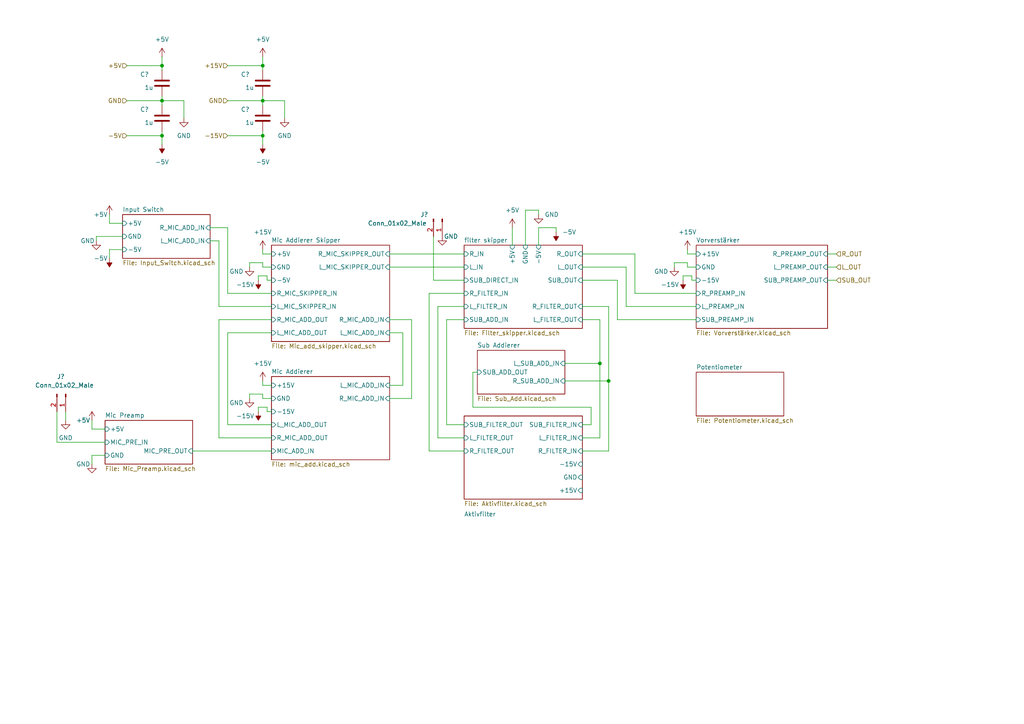
<source format=kicad_sch>
(kicad_sch (version 20211123) (generator eeschema)
  (paper "A4")
  (lib_symbols
    (symbol "+15V_1" (power) (pin_names (offset 0))
      (property "Value" "+15V_1" (at 0 3.556 0))
      (symbol "+15V_1_0_1"
        (polyline (pts (xy -0.762 1.27) (xy 0 2.54)))
        (polyline (pts (xy 0 0) (xy 0 2.54)))
        (polyline (pts (xy 0 2.54) (xy 0.762 1.27)))
      )
      (symbol "+15V_1_1_1"
        (pin power_in line (at 0 0 90) (length 0) hide (name "+15V") (number "1"))
      )
    )
    (symbol "+5V_1" (power) (pin_names (offset 0))
      (property "Value" "+5V_1" (at 0 3.556 0))
      (symbol "+5V_1_0_1"
        (polyline (pts (xy -0.762 1.27) (xy 0 2.54)))
        (polyline (pts (xy 0 0) (xy 0 2.54)))
        (polyline (pts (xy 0 2.54) (xy 0.762 1.27)))
      )
      (symbol "+5V_1_1_1"
        (pin power_in line (at 0 0 90) (length 0) hide (name "+5V") (number "1"))
      )
    )
    (symbol "-15V_1" (power) (pin_names (offset 0))
      (property "Value" "-15V_1" (at 0 3.81 0))
      (symbol "-15V_1_0_0"
        (pin power_in line (at 0 0 90) (length 0) hide (name "-15V") (number "1"))
      )
      (symbol "-15V_1_0_1"
        (polyline (pts (xy 0 0) (xy 0 1.27) (xy 0.762 1.27) (xy 0 2.54) (xy -0.762 1.27) (xy 0 1.27)) (fill (type outline)))
      )
    )
    (symbol "-5V_1" (power) (pin_names (offset 0))
      (property "Value" "-5V_1" (at 0 3.81 0))
      (symbol "-5V_1_0_0"
        (pin power_in line (at 0 0 90) (length 0) hide (name "-5V") (number "1"))
      )
      (symbol "-5V_1_0_1"
        (polyline (pts (xy 0 0) (xy 0 1.27) (xy 0.762 1.27) (xy 0 2.54) (xy -0.762 1.27) (xy 0 1.27)) (fill (type outline)))
      )
    )
    (symbol "Connector:Conn_01x02_Male" (pin_names (offset 1.016) hide)
      (property "Reference" "J" (at 0 2.54 0))
      (property "Value" "Conn_01x02_Male" (at 0 -5.08 0))
      (symbol "Conn_01x02_Male_1_1"
        (polyline (pts (xy 1.27 -2.54) (xy 0.8636 -2.54)) (stroke (width 0.1524)))
        (polyline (pts (xy 1.27 0) (xy 0.8636 0)) (stroke (width 0.1524)))
        (rectangle (start 0.8636 -2.413) (end 0 -2.667) (stroke (width 0.1524)) (fill (type outline)))
        (rectangle (start 0.8636 0.127) (end 0 -0.127) (stroke (width 0.1524)) (fill (type outline)))
        (pin passive line (at 5.08 0 180) (length 3.81) (name "Pin_1") (number "1"))
        (pin passive line (at 5.08 -2.54 180) (length 3.81) (name "Pin_2") (number "2"))
      )
    )
    (symbol "Device:C" (pin_numbers hide) (pin_names (offset 0.254))
      (property "Reference" "C" (at 0.635 2.54 0))
      (property "Value" "C" (at 0.635 -2.54 0))
      (symbol "C_0_1"
        (polyline (pts (xy -2.032 -0.762) (xy 2.032 -0.762)) (stroke (width 0.508)))
        (polyline (pts (xy -2.032 0.762) (xy 2.032 0.762)) (stroke (width 0.508)))
      )
      (symbol "C_1_1"
        (pin passive line (at 0 3.81 270) (length 2.794) (name "~") (number "1"))
        (pin passive line (at 0 -3.81 90) (length 2.794) (name "~") (number "2"))
      )
    )
    (symbol "GND_1" (power) (pin_names (offset 0))
      (property "Value" "GND_1" (at 0 -3.81 0))
      (symbol "GND_1_0_1"
        (polyline (pts (xy 0 0) (xy 0 -1.27) (xy 1.27 -1.27) (xy 0 -2.54) (xy -1.27 -1.27) (xy 0 -1.27)))
      )
      (symbol "GND_1_1_1"
        (pin power_in line (at 0 0 270) (length 0) hide (name "GND") (number "1"))
      )
    )
    (symbol "GND_2" (power) (pin_names (offset 0))
      (property "Value" "GND_2" (at 0 -3.81 0))
      (symbol "GND_2_0_1"
        (polyline (pts (xy 0 0) (xy 0 -1.27) (xy 1.27 -1.27) (xy 0 -2.54) (xy -1.27 -1.27) (xy 0 -1.27)))
      )
      (symbol "GND_2_1_1"
        (pin power_in line (at 0 0 270) (length 0) hide (name "GND") (number "1"))
      )
    )
    (symbol "GND_3" (power) (pin_names (offset 0))
      (property "Value" "GND_3" (at 0 -3.81 0))
      (symbol "GND_3_0_1"
        (polyline (pts (xy 0 0) (xy 0 -1.27) (xy 1.27 -1.27) (xy 0 -2.54) (xy -1.27 -1.27) (xy 0 -1.27)))
      )
      (symbol "GND_3_1_1"
        (pin power_in line (at 0 0 270) (length 0) hide (name "GND") (number "1"))
      )
    )
    (symbol "GND_4" (power) (pin_names (offset 0))
      (property "Value" "GND_4" (at 0 -3.81 0))
      (symbol "GND_4_0_1"
        (polyline (pts (xy 0 0) (xy 0 -1.27) (xy 1.27 -1.27) (xy 0 -2.54) (xy -1.27 -1.27) (xy 0 -1.27)))
      )
      (symbol "GND_4_1_1"
        (pin power_in line (at 0 0 270) (length 0) hide (name "GND") (number "1"))
      )
    )
    (symbol "power:+5V" (power) (pin_names (offset 0))
      (property "Value" "+5V" (at 0 3.556 0))
      (symbol "+5V_0_1"
        (polyline (pts (xy -0.762 1.27) (xy 0 2.54)))
        (polyline (pts (xy 0 0) (xy 0 2.54)))
        (polyline (pts (xy 0 2.54) (xy 0.762 1.27)))
      )
      (symbol "+5V_1_1"
        (pin power_in line (at 0 0 90) (length 0) hide (name "+5V") (number "1"))
      )
    )
    (symbol "power:-5V" (power) (pin_names (offset 0))
      (property "Value" "-5V" (at 0 3.81 0))
      (symbol "-5V_0_0"
        (pin power_in line (at 0 0 90) (length 0) hide (name "-5V") (number "1"))
      )
      (symbol "-5V_0_1"
        (polyline (pts (xy 0 0) (xy 0 1.27) (xy 0.762 1.27) (xy 0 2.54) (xy -0.762 1.27) (xy 0 1.27)) (fill (type outline)))
      )
    )
    (symbol "power:GND" (power) (pin_names (offset 0))
      (property "Value" "GND" (at 0 -3.81 0))
      (symbol "GND_0_1"
        (polyline (pts (xy 0 0) (xy 0 -1.27) (xy 1.27 -1.27) (xy 0 -2.54) (xy -1.27 -1.27) (xy 0 -1.27)))
      )
      (symbol "GND_1_1"
        (pin power_in line (at 0 0 270) (length 0) hide (name "GND") (number "1"))
      )
    )
  )
  (junction (at 46.99 29.21))
  (junction (at 46.99 19.05))
  (junction (at 173.99 105.41))
  (junction (at 46.99 39.37))
  (junction (at 176.53 110.49))
  (junction (at 76.2 39.37))
  (junction (at 76.2 19.05))
  (junction (at 76.2 29.21))
  (wire (pts (xy 66.04 29.21) (xy 76.2 29.21)))
  (wire (pts (xy 74.93 80.01) (xy 74.93 81.28)))
  (wire (pts (xy 76.2 29.21) (xy 76.2 30.48)))
  (wire (pts (xy 31.75 64.77) (xy 31.75 62.23)))
  (wire (pts (xy 76.2 19.05) (xy 76.2 20.32)))
  (wire (pts (xy 138.43 107.95) (xy 137.16 107.95)))
  (wire (pts (xy 124.46 85.09) (xy 124.46 130.81)))
  (wire (pts (xy 125.73 81.28) (xy 125.73 68.58)))
  (wire (pts (xy 66.04 39.37) (xy 76.2 39.37)))
  (wire (pts (xy 78.74 123.19) (xy 66.04 123.19)))
  (wire (pts (xy 134.62 130.81) (xy 124.46 130.81)))
  (wire (pts (xy 168.91 88.9) (xy 176.53 88.9)))
  (wire (pts (xy 74.93 118.11) (xy 74.93 119.38)))
  (wire (pts (xy 176.53 130.81) (xy 176.53 110.49)))
  (wire (pts (xy 77.47 118.11) (xy 74.93 118.11)))
  (wire (pts (xy 78.74 77.47) (xy 76.2 77.47)))
  (wire (pts (xy 240.03 73.66) (xy 242.57 73.66)))
  (wire (pts (xy 78.74 81.28) (xy 77.47 81.28)))
  (wire (pts (xy 63.5 127) (xy 63.5 92.71)))
  (wire (pts (xy 200.66 80.01) (xy 198.12 80.01)))
  (wire (pts (xy 66.04 19.05) (xy 76.2 19.05)))
  (wire (pts (xy 76.2 73.66) (xy 76.2 72.39)))
  (wire (pts (xy 176.53 110.49) (xy 163.83 110.49)))
  (wire (pts (xy 201.93 81.28) (xy 200.66 81.28)))
  (wire (pts (xy 184.15 85.09) (xy 201.93 85.09)))
  (wire (pts (xy 124.46 85.09) (xy 134.62 85.09)))
  (wire (pts (xy 46.99 39.37) (xy 46.99 41.91)))
  (wire (pts (xy 77.47 119.38) (xy 77.47 118.11)))
  (wire (pts (xy 78.74 127) (xy 63.5 127)))
  (wire (pts (xy 16.51 128.27) (xy 30.48 128.27)))
  (wire (pts (xy 46.99 38.1) (xy 46.99 39.37)))
  (wire (pts (xy 181.61 77.47) (xy 168.91 77.47)))
  (wire (pts (xy 173.99 92.71) (xy 173.99 105.41)))
  (wire (pts (xy 127 88.9) (xy 134.62 88.9)))
  (wire (pts (xy 27.94 68.58) (xy 27.94 69.85)))
  (wire (pts (xy 199.39 73.66) (xy 199.39 72.39)))
  (wire (pts (xy 199.39 77.47) (xy 199.39 76.2)))
  (wire (pts (xy 240.03 81.28) (xy 242.57 81.28)))
  (wire (pts (xy 168.91 92.71) (xy 173.99 92.71)))
  (wire (pts (xy 129.54 92.71) (xy 129.54 123.19)))
  (wire (pts (xy 76.2 77.47) (xy 76.2 76.2)))
  (wire (pts (xy 76.2 111.76) (xy 76.2 110.49)))
  (wire (pts (xy 46.99 29.21) (xy 53.34 29.21)))
  (wire (pts (xy 137.16 118.11) (xy 171.45 118.11)))
  (wire (pts (xy 76.2 115.57) (xy 76.2 114.3)))
  (wire (pts (xy 76.2 76.2) (xy 72.39 76.2)))
  (wire (pts (xy 127 88.9) (xy 127 127)))
  (wire (pts (xy 46.99 19.05) (xy 46.99 20.32)))
  (wire (pts (xy 179.07 92.71) (xy 201.93 92.71)))
  (wire (pts (xy 113.03 111.76) (xy 116.84 111.76)))
  (wire (pts (xy 30.48 124.46) (xy 26.67 124.46)))
  (wire (pts (xy 113.03 92.71) (xy 119.38 92.71)))
  (wire (pts (xy 113.03 77.47) (xy 134.62 77.47)))
  (wire (pts (xy 179.07 81.28) (xy 179.07 92.71)))
  (wire (pts (xy 78.74 115.57) (xy 76.2 115.57)))
  (wire (pts (xy 119.38 115.57) (xy 113.03 115.57)))
  (wire (pts (xy 82.55 29.21) (xy 82.55 34.29)))
  (wire (pts (xy 26.67 124.46) (xy 26.67 121.92)))
  (wire (pts (xy 156.21 66.04) (xy 161.29 66.04)))
  (wire (pts (xy 63.5 92.71) (xy 78.74 92.71)))
  (wire (pts (xy 46.99 16.51) (xy 46.99 19.05)))
  (wire (pts (xy 76.2 39.37) (xy 76.2 41.91)))
  (wire (pts (xy 168.91 73.66) (xy 184.15 73.66)))
  (wire (pts (xy 76.2 16.51) (xy 76.2 19.05)))
  (wire (pts (xy 173.99 127) (xy 173.99 105.41)))
  (wire (pts (xy 195.58 76.2) (xy 195.58 77.47)))
  (wire (pts (xy 181.61 88.9) (xy 181.61 77.47)))
  (wire (pts (xy 200.66 81.28) (xy 200.66 80.01)))
  (wire (pts (xy 168.91 81.28) (xy 179.07 81.28)))
  (wire (pts (xy 76.2 38.1) (xy 76.2 39.37)))
  (wire (pts (xy 134.62 92.71) (xy 129.54 92.71)))
  (wire (pts (xy 156.21 62.23) (xy 156.21 60.96)))
  (wire (pts (xy 134.62 127) (xy 127 127)))
  (wire (pts (xy 72.39 114.3) (xy 72.39 115.57)))
  (wire (pts (xy 168.91 130.81) (xy 176.53 130.81)))
  (wire (pts (xy 76.2 27.94) (xy 76.2 29.21)))
  (wire (pts (xy 76.2 114.3) (xy 72.39 114.3)))
  (wire (pts (xy 31.75 72.39) (xy 31.75 74.93)))
  (wire (pts (xy 63.5 88.9) (xy 78.74 88.9)))
  (wire (pts (xy 36.83 39.37) (xy 46.99 39.37)))
  (wire (pts (xy 66.04 85.09) (xy 66.04 66.04)))
  (wire (pts (xy 134.62 81.28) (xy 125.73 81.28)))
  (wire (pts (xy 129.54 123.19) (xy 134.62 123.19)))
  (wire (pts (xy 19.05 119.38) (xy 19.05 121.92)))
  (wire (pts (xy 119.38 92.71) (xy 119.38 115.57)))
  (wire (pts (xy 176.53 88.9) (xy 176.53 110.49)))
  (wire (pts (xy 35.56 72.39) (xy 31.75 72.39)))
  (wire (pts (xy 78.74 111.76) (xy 76.2 111.76)))
  (wire (pts (xy 16.51 128.27) (xy 16.51 119.38)))
  (wire (pts (xy 36.83 19.05) (xy 46.99 19.05)))
  (wire (pts (xy 36.83 29.21) (xy 46.99 29.21)))
  (wire (pts (xy 148.59 66.04) (xy 148.59 71.12)))
  (wire (pts (xy 35.56 64.77) (xy 31.75 64.77)))
  (wire (pts (xy 201.93 73.66) (xy 199.39 73.66)))
  (wire (pts (xy 171.45 118.11) (xy 171.45 123.19)))
  (wire (pts (xy 53.34 29.21) (xy 53.34 34.29)))
  (wire (pts (xy 201.93 77.47) (xy 199.39 77.47)))
  (wire (pts (xy 240.03 77.47) (xy 242.57 77.47)))
  (wire (pts (xy 113.03 73.66) (xy 134.62 73.66)))
  (wire (pts (xy 27.94 68.58) (xy 35.56 68.58)))
  (wire (pts (xy 46.99 29.21) (xy 46.99 30.48)))
  (wire (pts (xy 113.03 96.52) (xy 116.84 96.52)))
  (wire (pts (xy 76.2 29.21) (xy 82.55 29.21)))
  (wire (pts (xy 78.74 85.09) (xy 66.04 85.09)))
  (wire (pts (xy 171.45 123.19) (xy 168.91 123.19)))
  (wire (pts (xy 63.5 69.85) (xy 63.5 88.9)))
  (wire (pts (xy 184.15 73.66) (xy 184.15 85.09)))
  (wire (pts (xy 168.91 127) (xy 173.99 127)))
  (wire (pts (xy 78.74 119.38) (xy 77.47 119.38)))
  (wire (pts (xy 72.39 76.2) (xy 72.39 77.47)))
  (wire (pts (xy 77.47 80.01) (xy 74.93 80.01)))
  (wire (pts (xy 199.39 76.2) (xy 195.58 76.2)))
  (wire (pts (xy 26.67 132.08) (xy 26.67 134.62)))
  (wire (pts (xy 152.4 60.96) (xy 152.4 71.12)))
  (wire (pts (xy 46.99 27.94) (xy 46.99 29.21)))
  (wire (pts (xy 78.74 73.66) (xy 76.2 73.66)))
  (wire (pts (xy 163.83 105.41) (xy 173.99 105.41)))
  (wire (pts (xy 66.04 66.04) (xy 60.96 66.04)))
  (wire (pts (xy 116.84 111.76) (xy 116.84 96.52)))
  (wire (pts (xy 181.61 88.9) (xy 201.93 88.9)))
  (wire (pts (xy 77.47 81.28) (xy 77.47 80.01)))
  (wire (pts (xy 26.67 132.08) (xy 30.48 132.08)))
  (wire (pts (xy 198.12 80.01) (xy 198.12 81.28)))
  (wire (pts (xy 55.88 130.81) (xy 78.74 130.81)))
  (wire (pts (xy 66.04 96.52) (xy 78.74 96.52)))
  (wire (pts (xy 137.16 107.95) (xy 137.16 118.11)))
  (wire (pts (xy 156.21 60.96) (xy 152.4 60.96)))
  (wire (pts (xy 66.04 123.19) (xy 66.04 96.52)))
  (wire (pts (xy 161.29 66.04) (xy 161.29 67.31)))
  (wire (pts (xy 156.21 71.12) (xy 156.21 66.04)))
  (wire (pts (xy 60.96 69.85) (xy 63.5 69.85)))
  (hierarchical_label "-15V" (shape input) (at 66.04 39.37 180))
  (hierarchical_label "L_OUT" (shape input) (at 242.57 77.47 0))
  (hierarchical_label "-5V" (shape input) (at 36.83 39.37 180))
  (hierarchical_label "+15V" (shape input) (at 66.04 19.05 180))
  (hierarchical_label "GND" (shape input) (at 36.83 29.21 180))
  (hierarchical_label "R_OUT" (shape input) (at 242.57 73.66 0))
  (hierarchical_label "SUB_OUT" (shape input) (at 242.57 81.28 0))
  (hierarchical_label "GND" (shape input) (at 66.04 29.21 180))
  (hierarchical_label "+5V" (shape input) (at 36.83 19.05 180))
  (symbol (lib_name "-15V_1") (lib_id "power:-15V") (at 74.93 119.38 180) (unit 1)
    (property "Reference" "#PWR?" (effects hide))
    (property "Value" "-15V" (at 71.12 120.65 0))
  )
  (symbol (lib_name "-15V_1") (lib_id "power:-15V") (at 74.93 81.28 180) (unit 1)
    (property "Reference" "#PWR?" (effects hide))
    (property "Value" "-15V" (at 71.12 82.55 0))
  )
  (symbol (lib_id "Device:C") (at 76.2 24.13 0) (unit 1)
    (property "Reference" "C?" (at 69.85 21.59 0) (effects (justify left)))
    (property "Value" "1u" (at 71.12 25.4 0) (effects (justify left)))
  )
  (symbol (lib_name "+5V_1") (lib_id "power:+5V") (at 148.59 66.04 0) (unit 1)
    (property "Reference" "#PWR?" (effects hide))
    (property "Value" "+5V" (at 148.59 60.96 0))
  )
  (symbol (lib_name "GND_3") (lib_id "power:GND") (at 128.27 68.58 0) (unit 1)
    (property "Reference" "#PWR?" (effects hide))
    (property "Value" "GND" (at 130.81 68.58 0))
  )
  (symbol (lib_id "Connector:Conn_01x02_Male") (at 19.05 114.3 270) (unit 1)
    (property "Reference" "J?" (at 16.51 109.22 90) (effects (justify left)))
    (property "Value" "Conn_01x02_Male" (at 10.16 111.76 90) (effects (justify left)))
  )
  (symbol (lib_id "Device:C") (at 46.99 34.29 0) (unit 1)
    (property "Reference" "C?" (at 40.64 31.75 0) (effects (justify left)))
    (property "Value" "1u" (at 41.91 35.56 0) (effects (justify left)))
  )
  (symbol (lib_id "Device:C") (at 46.99 24.13 0) (unit 1)
    (property "Reference" "C?" (at 40.64 21.59 0) (effects (justify left)))
    (property "Value" "1u" (at 41.91 25.4 0) (effects (justify left)))
  )
  (symbol (lib_name "GND_4") (lib_id "power:GND") (at 156.21 62.23 0) (unit 1)
    (property "Reference" "#PWR?" (effects hide))
    (property "Value" "GND" (at 160.02 62.23 0))
  )
  (symbol (lib_name "GND_1") (lib_id "power:GND") (at 195.58 77.47 0) (unit 1)
    (property "Reference" "#PWR?" (effects hide))
    (property "Value" "GND" (at 191.77 78.74 0))
  )
  (symbol (lib_name "GND_1") (lib_id "power:GND") (at 72.39 115.57 0) (unit 1)
    (property "Reference" "#PWR?" (effects hide))
    (property "Value" "GND" (at 68.58 116.84 0))
  )
  (symbol (lib_name "GND_1") (lib_id "power:GND") (at 72.39 77.47 0) (unit 1)
    (property "Reference" "#PWR?" (effects hide))
    (property "Value" "GND" (at 68.58 78.74 0))
  )
  (symbol (lib_id "power:-5V") (at 31.75 74.93 180) (unit 1)
    (property "Reference" "#PWR?" (effects hide))
    (property "Value" "-5V" (at 29.21 74.93 0))
  )
  (symbol (lib_id "power:-5V") (at 46.99 41.91 180) (unit 1)
    (property "Reference" "#PWR?" (effects hide))
    (property "Value" "-5V" (at 46.99 46.99 0))
  )
  (symbol (lib_id "power:GND") (at 82.55 34.29 0) (unit 1)
    (property "Reference" "#PWR?" (effects hide))
    (property "Value" "GND" (at 82.55 39.37 0))
  )
  (symbol (lib_name "+15V_1") (lib_id "power:+15V") (at 76.2 110.49 0) (unit 1)
    (property "Reference" "#PWR?" (effects hide))
    (property "Value" "+15V" (at 76.2 105.41 0))
  )
  (symbol (lib_id "power:GND") (at 27.94 69.85 0) (unit 1)
    (property "Reference" "#PWR?" (effects hide))
    (property "Value" "GND" (at 25.4 69.85 0))
  )
  (symbol (lib_name "-15V_1") (lib_id "power:-15V") (at 198.12 81.28 180) (unit 1)
    (property "Reference" "#PWR?" (effects hide))
    (property "Value" "-15V" (at 194.31 82.55 0))
  )
  (symbol (lib_id "power:+5V") (at 31.75 62.23 0) (unit 1)
    (property "Reference" "#PWR?" (effects hide))
    (property "Value" "+5V" (at 29.21 62.23 0))
  )
  (symbol (lib_id "power:+5V") (at 26.67 121.92 0) (unit 1)
    (property "Reference" "#PWR?" (effects hide))
    (property "Value" "+5V" (at 24.13 121.92 0))
  )
  (symbol (lib_id "power:GND") (at 53.34 34.29 0) (unit 1)
    (property "Reference" "#PWR?" (effects hide))
    (property "Value" "GND" (at 53.34 39.37 0))
  )
  (symbol (lib_id "Connector:Conn_01x02_Male") (at 128.27 63.5 270) (unit 1)
    (property "Reference" "J?" (at 121.92 62.23 90) (effects (justify left)))
    (property "Value" "Conn_01x02_Male" (at 106.68 64.77 90) (effects (justify left)))
  )
  (symbol (lib_id "power:+5V") (at 76.2 16.51 0) (unit 1)
    (property "Reference" "#PWR?" (effects hide))
    (property "Value" "+5V" (at 76.2 11.43 0))
  )
  (symbol (lib_id "Device:C") (at 76.2 34.29 0) (unit 1)
    (property "Reference" "C?" (at 69.85 31.75 0) (effects (justify left)))
    (property "Value" "1u" (at 71.12 35.56 0) (effects (justify left)))
  )
  (symbol (lib_id "power:+5V") (at 46.99 16.51 0) (unit 1)
    (property "Reference" "#PWR?" (effects hide))
    (property "Value" "+5V" (at 46.99 11.43 0))
  )
  (symbol (lib_name "GND_2") (lib_id "power:GND") (at 19.05 121.92 0) (unit 1)
    (property "Reference" "#PWR?" (effects hide))
    (property "Value" "GND" (at 19.05 127 0))
  )
  (symbol (lib_id "power:GND") (at 26.67 134.62 0) (unit 1)
    (property "Reference" "#PWR?" (effects hide))
    (property "Value" "GND" (at 24.13 134.62 0))
  )
  (symbol (lib_name "+15V_1") (lib_id "power:+15V") (at 76.2 72.39 0) (unit 1)
    (property "Reference" "#PWR?" (effects hide))
    (property "Value" "+15V" (at 76.2 67.31 0))
  )
  (symbol (lib_name "+15V_1") (lib_id "power:+15V") (at 199.39 72.39 0) (unit 1)
    (property "Reference" "#PWR?" (effects hide))
    (property "Value" "+15V" (at 199.39 67.31 0))
  )
  (symbol (lib_name "-5V_1") (lib_id "power:-5V") (at 161.29 67.31 180) (unit 1)
    (property "Reference" "#PWR?" (effects hide))
    (property "Value" "-5V" (at 165.1 67.31 0))
  )
  (symbol (lib_id "power:-5V") (at 76.2 41.91 180) (unit 1)
    (property "Reference" "#PWR?" (effects hide))
    (property "Value" "-5V" (at 76.2 46.99 0))
  )
  (sheet (at 35.56 62.23) (size 25.4 12.7)
    (property "Sheet name" "Input Switch" (at 35.56 61.5184 0) (effects (justify left bottom)))
    (property "Sheet file" "Input_Switch.kicad_sch" (at 35.56 75.5146 0) (effects (justify left top)))
    (pin "GND" input (at 35.56 68.58 180))
    (pin "-5V" input (at 35.56 72.39 180))
    (pin "+5V" input (at 35.56 64.77 180))
    (pin "R_MIC_ADD_IN" input (at 60.96 66.04 0))
    (pin "L_MIC_ADD_IN" input (at 60.96 69.85 0))
  )
  (sheet (at 134.62 120.65) (size 34.29 24.13)
    (property "Sheet name" "Aktivfilter" (at 134.62 149.86 0) (effects (justify left bottom)))
    (property "Sheet file" "Aktivfilter.kicad_sch" (at 134.62 145.3646 0) (effects (justify left top)))
    (pin "-15V" input (at 168.91 134.62 0))
    (pin "GND" input (at 168.91 138.43 0))
    (pin "+15V" input (at 168.91 142.24 0))
    (pin "R_FILTER_IN" input (at 168.91 130.81 0))
    (pin "R_FILTER_OUT" input (at 134.62 130.81 180))
    (pin "SUB_FILTER_OUT" input (at 134.62 123.19 180))
    (pin "L_FILTER_OUT" input (at 134.62 127 180))
    (pin "SUB_FILTER_IN" input (at 168.91 123.19 0))
    (pin "L_FILTER_IN" input (at 168.91 127 0))
  )
  (sheet (at 134.62 71.12) (size 34.29 24.13) (stroke (width 0.1524))
    (property "Sheet name" "filter skipper" (at 134.62 70.4084 0) (effects (justify left bottom)))
    (property "Sheet file" "Filter_skipper.kicad_sch" (at 134.62 95.8346 0) (effects (justify left top)))
    (pin "R_OUT" input (at 168.91 73.66 0))
    (pin "L_OUT" input (at 168.91 77.47 0))
    (pin "R_IN" input (at 134.62 73.66 180))
    (pin "L_IN" input (at 134.62 77.47 180))
    (pin "SUB_OUT" input (at 168.91 81.28 0))
    (pin "-5V" input (at 156.21 71.12 90))
    (pin "+5V" input (at 148.59 71.12 90))
    (pin "GND" input (at 152.4 71.12 90))
    (pin "L_FILTER_IN" input (at 134.62 88.9 180))
    (pin "R_FILTER_IN" input (at 134.62 85.09 180))
    (pin "SUB_ADD_IN" input (at 134.62 92.71 180))
    (pin "R_FILTER_OUT" input (at 168.91 88.9 0))
    (pin "L_FILTER_OUT" input (at 168.91 92.71 0))
    (pin "SUB_DIRECT_IN" input (at 134.62 81.28 180))
  )
  (sheet (at 201.93 71.12) (size 38.1 24.13) (stroke (width 0.1524))
    (property "Sheet name" "Vorverstärker" (at 201.93 70.4084 0) (effects (justify left bottom)))
    (property "Sheet file" "Vorverstärker.kicad_sch" (at 201.93 95.8346 0) (effects (justify left top)))
    (pin "R_PREAMP_IN" input (at 201.93 85.09 180))
    (pin "L_PREAMP_OUT" input (at 240.03 77.47 0))
    (pin "R_PREAMP_OUT" input (at 240.03 73.66 0))
    (pin "SUB_PREAMP_IN" input (at 201.93 92.71 180))
    (pin "L_PREAMP_IN" input (at 201.93 88.9 180))
    (pin "SUB_PREAMP_OUT" input (at 240.03 81.28 0))
    (pin "+15V" input (at 201.93 73.66 180))
    (pin "GND" input (at 201.93 77.47 180))
    (pin "-15V" input (at 201.93 81.28 180))
  )
  (sheet (at 78.74 109.22) (size 34.29 24.13) (stroke (width 0.1524))
    (property "Sheet name" "Mic Addierer" (at 78.74 108.5084 0) (effects (justify left bottom)))
    (property "Sheet file" "mic_add.kicad_sch" (at 78.74 133.9346 0) (effects (justify left top)))
    (pin "+15V" input (at 78.74 111.76 180))
    (pin "-15V" input (at 78.74 119.38 180))
    (pin "GND" input (at 78.74 115.57 180))
    (pin "MIC_ADD_IN" input (at 78.74 130.81 180))
    (pin "R_MIC_ADD_IN" input (at 113.03 115.57 0))
    (pin "L_MIC_ADD_IN" input (at 113.03 111.76 0))
    (pin "R_MIC_ADD_OUT" input (at 78.74 127 180))
    (pin "L_MIC_ADD_OUT" input (at 78.74 123.19 180))
  )
  (sheet (at 138.43 101.6) (size 25.4 12.7) (stroke (width 0.1524))
    (property "Sheet name" "Sub Addierer" (at 138.43 100.8884 0) (effects (justify left bottom)))
    (property "Sheet file" "Sub_Add.kicad_sch" (at 138.43 114.8846 0) (effects (justify left top)))
    (pin "SUB_ADD_OUT" input (at 138.43 107.95 180))
    (pin "R_SUB_ADD_IN" input (at 163.83 110.49 0))
    (pin "L_SUB_ADD_IN" input (at 163.83 105.41 0))
  )
  (sheet (at 201.93 107.95) (size 25.4 12.7) (stroke (width 0.1524))
    (property "Sheet name" "Potentiometer" (at 201.93 107.2384 0) (effects (justify left bottom)))
    (property "Sheet file" "Potentiometer.kicad_sch" (at 201.93 121.2346 0) (effects (justify left top)))
  )
  (sheet (at 30.48 121.92) (size 25.4 12.7) (stroke (width 0.1524))
    (property "Sheet name" "Mic Preamp" (at 30.48 121.2084 0) (effects (justify left bottom)))
    (property "Sheet file" "Mic_Preamp.kicad_sch" (at 30.48 135.2046 0) (effects (justify left top)))
    (pin "MIC_PRE_IN" input (at 30.48 128.27 180))
    (pin "MIC_PRE_OUT" input (at 55.88 130.81 0))
    (pin "+5V" input (at 30.48 124.46 180))
    (pin "GND" input (at 30.48 132.08 180))
  )
  (sheet (at 78.74 71.12) (size 34.29 27.94) (stroke (width 0.1524))
    (property "Sheet name" "Mic Addierer Skipper" (at 78.74 70.4084 0) (effects (justify left bottom)))
    (property "Sheet file" "Mic_add_skipper.kicad_sch" (at 78.74 99.6446 0) (effects (justify left top)))
    (pin "R_MIC_ADD_OUT" input (at 78.74 92.71 180))
    (pin "L_MIC_ADD_OUT" input (at 78.74 96.52 180))
    (pin "L_MIC_ADD_IN" input (at 113.03 96.52 0))
    (pin "R_MIC_ADD_IN" input (at 113.03 92.71 0))
    (pin "R_MIC_SKIPPER_IN" input (at 78.74 85.09 180))
    (pin "L_MIC_SKIPPER_IN" input (at 78.74 88.9 180))
    (pin "L_MIC_SKIPPER_OUT" input (at 113.03 77.47 0))
    (pin "R_MIC_SKIPPER_OUT" input (at 113.03 73.66 0))
    (pin "-5V" input (at 78.74 81.28 180))
    (pin "GND" input (at 78.74 77.47 180))
    (pin "+5V" input (at 78.74 73.66 180))
  )
)
</source>
